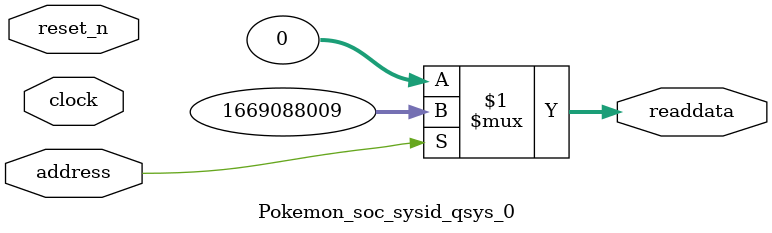
<source format=v>



// synthesis translate_off
`timescale 1ns / 1ps
// synthesis translate_on

// turn off superfluous verilog processor warnings 
// altera message_level Level1 
// altera message_off 10034 10035 10036 10037 10230 10240 10030 

module Pokemon_soc_sysid_qsys_0 (
               // inputs:
                address,
                clock,
                reset_n,

               // outputs:
                readdata
             )
;

  output  [ 31: 0] readdata;
  input            address;
  input            clock;
  input            reset_n;

  wire    [ 31: 0] readdata;
  //control_slave, which is an e_avalon_slave
  assign readdata = address ? 1669088009 : 0;

endmodule



</source>
